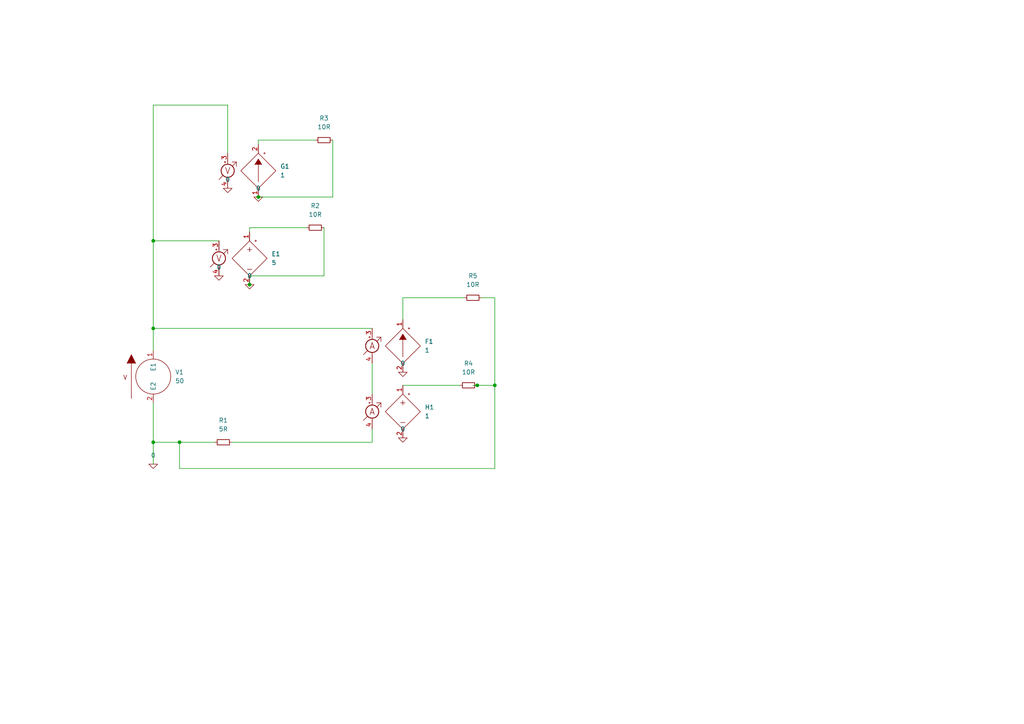
<source format=kicad_sch>
(kicad_sch (version 20210621) (generator eeschema)
  (paper "A4")
  (lib_symbols
    (symbol "Device:R_Small" (pin_numbers hide) (pin_names (offset 0.254) hide)
      (property "Reference" "R" (at 0.762 0.508 0))
      (property "Value" "R_Small" (at 0.762 -1.016 0))
      (symbol "R_Small_0_1"
        (rectangle (start -0.762 1.778) (end 0.762 -1.778) (stroke (width 0.2032)))
      )
      (symbol "R_Small_1_1"
        (pin passive line (at 0 2.54 270) (length 0.762) (name "~") (number "1"))
        (pin passive line (at 0 -2.54 90) (length 0.762) (name "~") (number "2"))
      )
    )
    (symbol "SPICE:ESOURCE" (pin_names (offset 1.016) hide)
      (property "Reference" "E?" (at 6.35 1.2701 0))
      (property "Value" "ESOURCE" (at 6.35 -1.2699 0))
      (symbol "ESOURCE_0_1"
        (polyline (pts (xy 0 5.08) (xy 5.08 0) (xy 0 -5.08) (xy -5.08 0) (xy 0 5.08)) (stroke (width 0.1524)))
        (polyline (pts (xy -0.635 -3.175) (xy 0.635 -3.175)) (fill (type outline)))
        (polyline (pts (xy -0.635 2.54) (xy 0.635 2.54)) (fill (type outline)))
        (polyline (pts (xy 0 1.905) (xy 0 3.175)) (fill (type outline)))
      )
      (symbol "ESOURCE_1_1"
        (circle (center -8.89 0) (radius 1.905) (stroke (width 0.254)))
        (text "V" (at -8.89 0 0) (effects (font (size 1.8 1.8))))
        (polyline (pts (xy -11.43 -2.54) (xy -10.287 -1.397)))
        (polyline (pts (xy -9.906 2.54) (xy -9.398 2.54)))
        (polyline (pts (xy -9.652 2.794) (xy -9.652 2.286)))
        (polyline (pts (xy -8.89 -2.54) (xy -8.89 -1.905)) (stroke (width 0.1524)))
        (polyline (pts (xy -8.89 2.54) (xy -8.89 1.905)) (stroke (width 0.1524)))
        (polyline (pts (xy -7.493 1.397) (xy -6.35 2.54)))
        (polyline (pts (xy 1.524 5.08) (xy 2.032 5.08)))
        (polyline (pts (xy 1.778 5.334) (xy 1.778 4.826)))
        (polyline (pts (xy -7.62 2.54) (xy -6.35 2.54) (xy -6.35 1.27)))
        (pin input line (at 0 7.62 270) (length 2.54) (name "N+") (number "1"))
        (pin input line (at 0 -7.62 90) (length 2.54) (name "N-") (number "2"))
        (pin passive line (at -8.89 5.08 270) (length 2.54) (name "C+") (number "3"))
        (pin passive line (at -8.89 -5.08 90) (length 2.54) (name "C-") (number "4"))
      )
    )
    (symbol "SPICE:FSOURCE" (pin_names (offset 1.016) hide)
      (property "Reference" "F1" (at 6.35 1.2701 0))
      (property "Value" "1" (at 6.35 -1.2699 0))
      (symbol "FSOURCE_0_1"
        (polyline (pts (xy 0 5.08) (xy 5.08 0) (xy 0 -5.08) (xy -5.08 0) (xy 0 5.08)) (stroke (width 0.1524)))
        (polyline (pts (xy 0 -3.175) (xy 0 1.905)) (fill (type outline)))
        (polyline (pts (xy -1.016 1.778) (xy 0 3.429) (xy 1.016 1.778)) (fill (type outline)))
      )
      (symbol "FSOURCE_1_1"
        (circle (center -8.89 0) (radius 1.905) (stroke (width 0.254)))
        (text "A" (at -8.89 0 0) (effects (font (size 1.8 1.8))))
        (polyline (pts (xy -11.43 -2.54) (xy -10.287 -1.397)))
        (polyline (pts (xy -9.906 2.54) (xy -9.398 2.54)))
        (polyline (pts (xy -9.652 2.794) (xy -9.652 2.286)))
        (polyline (pts (xy -8.89 -2.54) (xy -8.89 -1.905)) (stroke (width 0.1524)))
        (polyline (pts (xy -8.89 2.54) (xy -8.89 1.905)) (stroke (width 0.1524)))
        (polyline (pts (xy -7.493 1.397) (xy -6.35 2.54)))
        (polyline (pts (xy 1.524 5.08) (xy 2.032 5.08)))
        (polyline (pts (xy 1.778 5.334) (xy 1.778 4.826)))
        (polyline (pts (xy -7.62 2.54) (xy -6.35 2.54) (xy -6.35 1.27)))
        (pin input line (at 0 7.62 270) (length 2.54) (name "N+") (number "1"))
        (pin input line (at 0 -7.62 90) (length 2.54) (name "N-") (number "2"))
        (pin passive line (at -8.89 5.08 270) (length 2.54) (name "C+") (number "3"))
        (pin passive line (at -8.89 -5.08 90) (length 2.54) (name "C-") (number "4"))
      )
    )
    (symbol "SPICE:GSOURCE" (pin_names (offset 1.016) hide)
      (property "Reference" "G1" (at 6.35 1.2701 0))
      (property "Value" "GSOURCE" (at 6.35 -1.2699 0))
      (symbol "GSOURCE_0_1"
        (polyline (pts (xy 0 5.08) (xy 5.08 0) (xy 0 -5.08) (xy -5.08 0) (xy 0 5.08)) (stroke (width 0.1524)))
        (polyline (pts (xy 0 -3.175) (xy 0 1.905)) (fill (type outline)))
        (polyline (pts (xy -1.016 1.778) (xy 0 3.429) (xy 1.016 1.778)) (fill (type outline)))
      )
      (symbol "GSOURCE_1_1"
        (circle (center -8.89 0) (radius 1.905) (stroke (width 0.254)))
        (text "V" (at -8.89 0 0) (effects (font (size 1.8 1.8))))
        (polyline (pts (xy -11.43 -2.54) (xy -10.287 -1.397)))
        (polyline (pts (xy -9.906 2.54) (xy -9.398 2.54)))
        (polyline (pts (xy -9.652 2.794) (xy -9.652 2.286)))
        (polyline (pts (xy -8.89 -2.54) (xy -8.89 -1.905)) (stroke (width 0.1524)))
        (polyline (pts (xy -8.89 2.54) (xy -8.89 1.905)) (stroke (width 0.1524)))
        (polyline (pts (xy -7.493 1.397) (xy -6.35 2.54)))
        (polyline (pts (xy 1.524 5.08) (xy 2.032 5.08)))
        (polyline (pts (xy 1.778 5.334) (xy 1.778 4.826)))
        (polyline (pts (xy -7.62 2.54) (xy -6.35 2.54) (xy -6.35 1.27)))
        (pin input line (at 0 -7.62 90) (length 2.54) (name "N-") (number "1"))
        (pin input line (at 0 7.62 270) (length 2.54) (name "N+") (number "2"))
        (pin passive line (at -8.89 5.08 270) (length 2.54) (name "C+") (number "3"))
        (pin passive line (at -8.89 -5.08 90) (length 2.54) (name "C-") (number "4"))
      )
    )
    (symbol "SPICE:HSOURCE" (pin_names (offset 1.016) hide)
      (property "Reference" "H?" (at 6.35 1.2701 0))
      (property "Value" "HSOURCE" (at 6.35 -1.2699 0))
      (symbol "HSOURCE_0_1"
        (polyline (pts (xy 0 5.08) (xy 5.08 0) (xy 0 -5.08) (xy -5.08 0) (xy 0 5.08)) (stroke (width 0.1524)))
        (polyline (pts (xy -0.635 -3.175) (xy 0.635 -3.175)) (fill (type outline)))
        (polyline (pts (xy -0.635 2.54) (xy 0.635 2.54)) (fill (type outline)))
        (polyline (pts (xy 0 1.905) (xy 0 3.175)) (fill (type outline)))
      )
      (symbol "HSOURCE_1_1"
        (circle (center -8.89 0) (radius 1.905) (stroke (width 0.254)))
        (text "A" (at -8.89 0 0) (effects (font (size 1.8 1.8))))
        (polyline (pts (xy -11.43 -2.54) (xy -10.287 -1.397)))
        (polyline (pts (xy -9.906 2.54) (xy -9.398 2.54)))
        (polyline (pts (xy -9.652 2.794) (xy -9.652 2.286)))
        (polyline (pts (xy -8.89 -2.54) (xy -8.89 -1.905)) (stroke (width 0.1524)))
        (polyline (pts (xy -8.89 2.54) (xy -8.89 1.905)) (stroke (width 0.1524)))
        (polyline (pts (xy -7.493 1.397) (xy -6.35 2.54)))
        (polyline (pts (xy 1.524 5.08) (xy 2.032 5.08)))
        (polyline (pts (xy 1.778 5.334) (xy 1.778 4.826)))
        (polyline (pts (xy -7.62 2.54) (xy -6.35 2.54) (xy -6.35 1.27)))
        (pin input line (at 0 7.62 270) (length 2.54) (name "N+") (number "1"))
        (pin input line (at 0 -7.62 90) (length 2.54) (name "N-") (number "2"))
        (pin passive line (at -8.89 5.08 270) (length 2.54) (name "C+") (number "3"))
        (pin passive line (at -8.89 -5.08 90) (length 2.54) (name "C-") (number "4"))
      )
    )
    (symbol "pspice:0" (power) (pin_names (offset 0))
      (property "Value" "0" (at 0 -1.778 0))
      (symbol "0_0_1"
        (polyline (pts (xy -1.27 0) (xy 0 -1.27) (xy 1.27 0) (xy -1.27 0)))
      )
      (symbol "0_1_1"
        (pin power_in line (at 0 0 0) (length 0) hide (name "0") (number "1"))
      )
    )
    (symbol "pspice:VSOURCE" (pin_names (offset 1.016))
      (property "Reference" "V" (at -6.35 7.62 0))
      (property "Value" "VSOURCE" (at 0 0 0))
      (symbol "VSOURCE_0_1"
        (circle (center 0 0) (radius 5.08))
        (text "V" (at -8.128 -0.254 0) (effects (font (size 1.27 1.27))))
        (polyline (pts (xy -6.35 -6.35) (xy -6.35 3.81)) (fill (type outline)))
        (polyline (pts (xy -7.62 3.81) (xy -6.35 6.35) (xy -5.08 3.81)) (fill (type outline)))
      )
      (symbol "VSOURCE_1_1"
        (pin input line (at 0 7.62 270) (length 2.54) (name "E1") (number "1"))
        (pin input line (at 0 -7.62 90) (length 2.54) (name "E2") (number "2"))
      )
    )
  )
  (junction (at 44.45 69.85))
  (junction (at 44.45 95.25))
  (junction (at 44.45 128.27))
  (junction (at 52.07 128.27))
  (junction (at 72.39 82.55))
  (junction (at 74.93 57.15))
  (junction (at 138.43 111.76))
  (junction (at 143.51 111.76))
  (wire (pts (xy 44.45 30.48) (xy 44.45 69.85)))
  (wire (pts (xy 44.45 69.85) (xy 44.45 95.25)))
  (wire (pts (xy 44.45 95.25) (xy 44.45 101.6)))
  (wire (pts (xy 44.45 95.25) (xy 107.95 95.25)))
  (wire (pts (xy 44.45 116.84) (xy 44.45 128.27)))
  (wire (pts (xy 44.45 128.27) (xy 44.45 134.62)))
  (wire (pts (xy 52.07 128.27) (xy 44.45 128.27)))
  (wire (pts (xy 52.07 128.27) (xy 52.07 135.89)))
  (wire (pts (xy 62.23 128.27) (xy 52.07 128.27)))
  (wire (pts (xy 63.5 69.85) (xy 44.45 69.85)))
  (wire (pts (xy 66.04 30.48) (xy 44.45 30.48)))
  (wire (pts (xy 66.04 30.48) (xy 66.04 44.45)))
  (wire (pts (xy 67.31 128.27) (xy 107.95 128.27)))
  (wire (pts (xy 72.39 66.04) (xy 72.39 67.31)))
  (wire (pts (xy 72.39 80.01) (xy 72.39 82.55)))
  (wire (pts (xy 74.93 40.64) (xy 74.93 41.91)))
  (wire (pts (xy 88.9 66.04) (xy 72.39 66.04)))
  (wire (pts (xy 91.44 40.64) (xy 74.93 40.64)))
  (wire (pts (xy 93.98 66.04) (xy 93.98 80.01)))
  (wire (pts (xy 93.98 80.01) (xy 72.39 80.01)))
  (wire (pts (xy 96.52 40.64) (xy 96.52 57.15)))
  (wire (pts (xy 96.52 57.15) (xy 74.93 57.15)))
  (wire (pts (xy 107.95 105.41) (xy 107.95 114.3)))
  (wire (pts (xy 107.95 124.46) (xy 107.95 128.27)))
  (wire (pts (xy 116.84 86.36) (xy 116.84 92.71)))
  (wire (pts (xy 116.84 111.76) (xy 133.35 111.76)))
  (wire (pts (xy 134.62 86.36) (xy 116.84 86.36)))
  (wire (pts (xy 137.16 111.76) (xy 138.43 111.76)))
  (wire (pts (xy 138.43 111.76) (xy 143.51 111.76)))
  (wire (pts (xy 139.7 86.36) (xy 143.51 86.36)))
  (wire (pts (xy 143.51 86.36) (xy 143.51 111.76)))
  (wire (pts (xy 143.51 111.76) (xy 143.51 135.89)))
  (wire (pts (xy 143.51 135.89) (xy 52.07 135.89)))
  (symbol (lib_id "pspice:0") (at 44.45 134.62 0) (unit 1)
    (property "Reference" "#GND01" (effects hide))
    (property "Value" "0" (at 44.45 132.08 0))
  )
  (symbol (lib_id "pspice:0") (at 63.5 80.01 0) (unit 1)
    (property "Reference" "#GND02" (effects hide))
    (property "Value" "0" (at 63.5 77.47 0))
  )
  (symbol (lib_id "pspice:0") (at 66.04 54.61 0) (unit 1)
    (property "Reference" "#GND03" (effects hide))
    (property "Value" "0" (at 66.04 52.07 0))
  )
  (symbol (lib_id "pspice:0") (at 72.39 82.55 0) (unit 1)
    (property "Reference" "#GND04" (effects hide))
    (property "Value" "0" (at 72.39 80.01 0))
  )
  (symbol (lib_id "pspice:0") (at 74.93 57.15 0) (unit 1)
    (property "Reference" "#GND05" (effects hide))
    (property "Value" "0" (at 74.93 54.61 0))
  )
  (symbol (lib_id "pspice:0") (at 116.84 107.95 0) (unit 1)
    (property "Reference" "#GND06" (effects hide))
    (property "Value" "0" (at 116.84 105.41 0))
  )
  (symbol (lib_id "pspice:0") (at 116.84 127 0) (unit 1)
    (property "Reference" "#GND07" (effects hide))
    (property "Value" "0" (at 116.84 124.46 0))
  )
  (symbol (lib_id "Device:R_Small") (at 64.77 128.27 90) (unit 1)
    (property "Reference" "R1" (at 64.77 121.92 90))
    (property "Value" "5R" (at 64.77 124.46 90))
  )
  (symbol (lib_id "Device:R_Small") (at 91.44 66.04 90) (unit 1)
    (property "Reference" "R2" (at 91.44 59.69 90))
    (property "Value" "10R" (at 91.44 62.23 90))
  )
  (symbol (lib_id "Device:R_Small") (at 93.98 40.64 90) (unit 1)
    (property "Reference" "R3" (at 93.98 34.29 90))
    (property "Value" "10R" (at 93.98 36.83 90))
  )
  (symbol (lib_id "Device:R_Small") (at 135.89 111.76 90) (unit 1)
    (property "Reference" "R4" (at 135.89 105.41 90))
    (property "Value" "10R" (at 135.89 107.95 90))
  )
  (symbol (lib_id "Device:R_Small") (at 137.16 86.36 90) (unit 1)
    (property "Reference" "R5" (at 137.16 80.01 90))
    (property "Value" "10R" (at 137.16 82.55 90))
  )
  (symbol (lib_id "pspice:VSOURCE") (at 44.45 109.22 0) (unit 1)
    (property "Reference" "V1" (at 50.8 107.9499 0) (effects (justify left)))
    (property "Value" "50" (at 50.8 110.4899 0) (effects (justify left)))
  )
  (symbol (lib_id "SPICE:ESOURCE") (at 72.39 74.93 0) (unit 1)
    (property "Reference" "E1" (at 78.74 73.6599 0) (effects (justify left)))
    (property "Value" "5" (at 78.74 76.1999 0) (effects (justify left)))
    (property "Datasheet" "https://www.pspice.com/source/controlled-sources" (effects hide))
  )
  (symbol (lib_id "SPICE:GSOURCE") (at 74.93 49.53 0) (unit 1)
    (property "Reference" "G1" (at 81.28 48.2599 0) (effects (justify left)))
    (property "Value" "1" (at 81.28 50.7999 0) (effects (justify left)))
    (property "Datasheet" "https://www.pspice.com/source/controlled-sources" (effects hide))
  )
  (symbol (lib_id "SPICE:FSOURCE") (at 116.84 100.33 0) (unit 1)
    (property "Reference" "F1" (at 123.19 99.0599 0) (effects (justify left)))
    (property "Value" "1" (at 123.19 101.5999 0) (effects (justify left)))
    (property "Datasheet" "https://www.pspice.com/source/controlled-sources" (effects hide))
  )
  (symbol (lib_id "SPICE:HSOURCE") (at 116.84 119.38 0) (unit 1)
    (property "Reference" "H1" (at 123.19 118.1099 0) (effects (justify left)))
    (property "Value" "1" (at 123.19 120.6499 0) (effects (justify left)))
    (property "Datasheet" "https://www.pspice.com/source/controlled-sources" (effects hide))
  )
)
</source>
